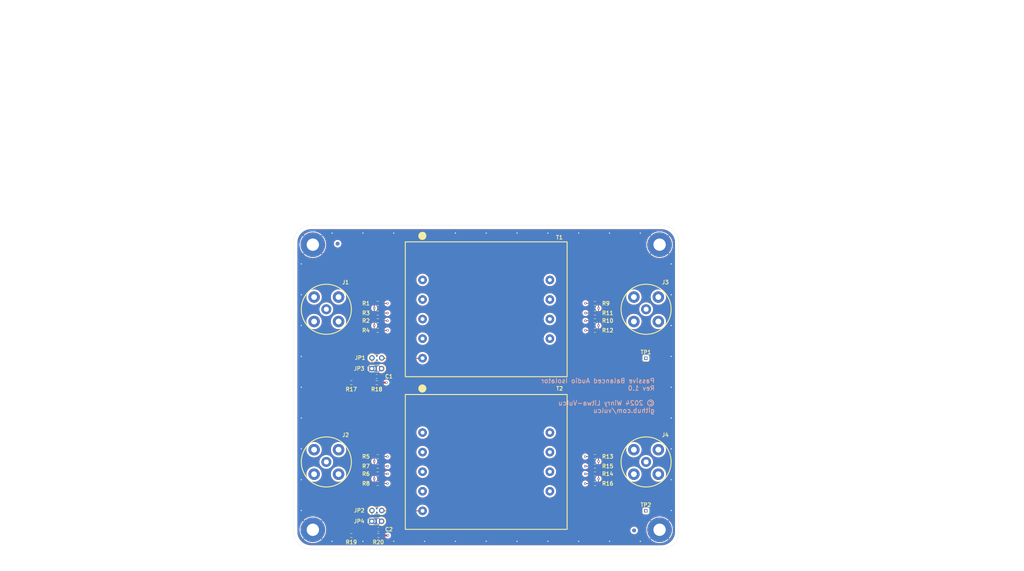
<source format=kicad_pcb>
(kicad_pcb (version 20241229) (generator "pcbnew") (generator_version "9.0")
  (title_block (title "Passive Balanced Audio Isolator") (date "2024-09-05") (rev "A0") (company "©2024 Winry Litwa-Vulcu") (comment 1 "Drawn By: Winry Litwa-Vulcu") (comment 2 "Designed By: Winry Litwa-Vulcu") (comment 4 "github.com/vulcu"))
  (layers (0 "F.Cu" signal) (4 "In1.Cu" signal) (6 "In2.Cu" signal) (2 "B.Cu" signal) (13 "F.Paste" user) (15 "B.Paste" user) (5 "F.SilkS" user "F.Silkscreen") (7 "B.SilkS" user "B.Silkscreen") (1 "F.Mask" user) (3 "B.Mask" user) (25 "Edge.Cuts" user))
  (net 0 "")
  (net 1 "Net-(J1-Ext)")
  (net 2 "Net-(J1-In)")
  (net 3 "Net-(J2-Ext)")
  (net 4 "Net-(J2-In)")
  (net 5 "Net-(J3-Ext)")
  (net 6 "Net-(J3-In)")
  (net 7 "Net-(J4-Ext)")
  (net 8 "Net-(J4-In)")
  (net 9 "Net-(T1-IN1A)")
  (net 10 "Net-(T1-IN1B)")
  (net 11 "Net-(T1-IN2A)")
  (net 12 "GND")
  (net 13 "Net-(T2-IN1A)")
  (net 14 "Net-(T2-IN1B)")
  (net 15 "Net-(T2-IN2A)")
  (net 16 "Net-(R4-Pad2)")
  (net 17 "Net-(T1-OUT1A)")
  (net 18 "Net-(T1-OUT1B)")
  (net 19 "Net-(T1-OUT2A)")
  (net 20 "Net-(T1-OUT2B)")
  (net 21 "Net-(T2-OUT1A)")
  (net 22 "Net-(T2-OUT1B)")
  (net 23 "Net-(T2-OUT2A)")
  (net 24 "Net-(T2-OUT2B)")
  (net 25 "Net-(JP1-A)")
  (net 26 "Net-(JP1-B)")
  (net 27 "Net-(JP2-B)")
  (net 28 "Net-(JP2-A)")
  (net 29 "Net-(C1-Pad2)")
  (net 30 "Net-(C2-Pad2)")
  (net 31 "Net-(R8-Pad2)")
  (footprint "Resistor_SMD:R_0603_1608Metric_Pad0.98x0.95mm_HandSolder" (layer "F.Cu") (at 173.232 93.75)
    (property "Reference" "R11" (at 3.302 0 0) (layer "F.SilkS") (effects (font (thickness 0.2))))
    (property "Value" "0")
    (fp_line (start -0.254724 -0.5225) (end 0.254724 -0.5225) (stroke (width 0.12)) (layer "F.SilkS"))
    (fp_line (start -0.254724 0.5225) (end 0.254724 0.5225) (stroke (width 0.12)) (layer "F.SilkS"))
    (pad "1" smd roundrect (at -0.9125 0) (size 0.975 0.95) (layers "F.Cu" "F.Mask" "F.Paste") (net 19 "Net-(T1-OUT2A)"))
    (pad "2" smd roundrect (at 0.9125 0) (size 0.975 0.95) (layers "F.Cu" "F.Mask" "F.Paste") (net 6 "Net-(J3-In)"))
  )
  (footprint "Resistor_SMD:R_0603_1608Metric_Pad0.98x0.95mm_HandSolder" (layer "F.Cu") (at 116.844 93.75)
    (property "Reference" "R3" (at -3.048 0 0) (layer "F.SilkS") (effects (font (thickness 0.2))))
    (property "Value" "0")
    (fp_line (start -0.254724 -0.5225) (end 0.254724 -0.5225) (stroke (width 0.12)) (layer "F.SilkS"))
    (fp_line (start -0.254724 0.5225) (end 0.254724 0.5225) (stroke (width 0.12)) (layer "F.SilkS"))
    (pad "1" smd roundrect (at -0.9125 0) (size 0.975 0.95) (layers "F.Cu" "F.Mask" "F.Paste") (net 2 "Net-(J1-In)"))
    (pad "2" smd roundrect (at 0.9125 0) (size 0.975 0.95) (layers "F.Cu" "F.Mask" "F.Paste") (net 11 "Net-(T1-IN2A)"))
  )
  (footprint "Fiducial:Fiducial_1mm_Mask2mm" (layer "F.Cu") (at 183.392 150.174)
    (property "Reference" "FD2" (hide yes))
    (property "Value" "Fiducial_1mm_Mask2mm" (hide yes))
    (pad "" smd circle (at 0 0) (size 1 1) (layers "F.Cu" "F.Mask") (clearance 0.5))
  )
  (footprint "Resistor_SMD:R_0603_1608Metric_Pad0.98x0.95mm_HandSolder" (layer "F.Cu") (at 117 151.4775)
    (property "Reference" "R20" (at 0 1.7445 0) (layer "F.SilkS") (effects (font (thickness 0.2))))
    (property "Value" "0")
    (fp_line (start -0.254724 -0.5225) (end 0.254724 -0.5225) (stroke (width 0.12)) (layer "F.SilkS"))
    (fp_line (start -0.254724 0.5225) (end 0.254724 0.5225) (stroke (width 0.12)) (layer "F.SilkS"))
    (pad "1" smd roundrect (at -0.9125 0) (size 0.975 0.95) (layers "F.Cu" "F.Mask" "F.Paste") (net 28 "Net-(JP2-A)"))
    (pad "2" smd roundrect (at 0.9125 0) (size 0.975 0.95) (layers "F.Cu" "F.Mask" "F.Paste") (net 30 "Net-(C2-Pad2)"))
  )
  (footprint "TestPoint:TestPoint_2Pads_Pitch2.54mm_Drill0.8mm" (layer "F.Cu") (at 117.84 147.788 180)
    (property "Reference" "JP4" (at 5.822 0 180) (layer "F.SilkS") (effects (font (thickness 0.2))))
    (property "Value" "Jumper_2_Bridged")
    (fp_line (start 3.57 0.4) (end 3.07 0.9) (stroke (width 0.15)) (layer "F.SilkS"))
    (fp_line (start 3.57 -0.4) (end 3.57 0.4) (stroke (width 0.15)) (layer "F.SilkS"))
    (fp_line (start 3.07 0.9) (end -0.53 0.9) (stroke (width 0.15)) (layer "F.SilkS"))
    (fp_line (start 3.07 -0.9) (end 3.57 -0.4) (stroke (width 0.15)) (layer "F.SilkS"))
    (fp_line (start -0.53 0.9) (end -1.03 0.4) (stroke (width 0.15)) (layer "F.SilkS"))
    (fp_line (start -0.53 -0.9) (end 3.07 -0.9) (stroke (width 0.15)) (layer "F.SilkS"))
    (fp_line (start -1.03 0.4) (end -1.03 -0.4) (stroke (width 0.15)) (layer "F.SilkS"))
    (fp_line (start -1.03 -0.4) (end -0.53 -0.9) (stroke (width 0.15)) (layer "F.SilkS"))
    (pad "1" thru_hole circle (at 0 0 180) (size 1.4 1.4) (drill 0.8) (layers "*.Cu" "*.Mask") (net 28 "Net-(JP2-A)"))
    (pad "2" thru_hole circle (at 2.54 0 180) (size 1.4 1.4) (drill 0.8) (layers "*.Cu" "*.Mask") (net 12 "GND"))
  )
  (footprint "Resistor_SMD:R_0603_1608Metric_Pad0.98x0.95mm_HandSolder" (layer "F.Cu") (at 116.844 133.5)
    (property "Reference" "R7" (at -3.048 0 0) (layer "F.SilkS") (effects (font (thickness 0.2))))
    (property "Value" "0")
    (fp_line (start -0.254724 -0.5225) (end 0.254724 -0.5225) (stroke (width 0.12)) (layer "F.SilkS"))
    (fp_line (start -0.254724 0.5225) (end 0.254724 0.5225) (stroke (width 0.12)) (layer "F.SilkS"))
    (pad "1" smd roundrect (at -0.9125 0) (size 0.975 0.95) (layers "F.Cu" "F.Mask" "F.Paste") (net 4 "Net-(J2-In)"))
    (pad "2" smd roundrect (at 0.9125 0) (size 0.975 0.95) (layers "F.Cu" "F.Mask" "F.Paste") (net 15 "Net-(T2-IN2A)"))
  )
  (footprint "vulcu:AMPHENOL_112405-12" (layer "F.Cu") (at 186.5 92.77)
    (property "Reference" "J3" (at 5 -7 0) (layer "F.SilkS") (effects (font (thickness 0.2) (bold yes))))
    (property "Value" "Conn_BNC_Vert_PCB" (hide yes))
    (fp_circle (center 0 0) (end 6.5 0) (stroke (width 0.254)) (fill no) (layer "F.SilkS"))
    (pad "1" thru_hole circle (at 0 0) (size 2.6 2.6) (drill 1.3) (layers "*.Cu" "*.Mask") (net 6 "Net-(J3-In)") (thermal_bridge_width 0.254) (thermal_gap 0.254))
    (pad "2" thru_hole circle (at -3.175 -3.175) (size 3 3) (drill 1.5) (layers "*.Cu" "*.Mask") (net 5 "Net-(J3-Ext)") (thermal_bridge_width 0.254) (thermal_gap 0.254))
    (pad "2" thru_hole circle (at -3.175 3.175) (size 3 3) (drill 1.5) (layers "*.Cu" "*.Mask") (net 5 "Net-(J3-Ext)") (thermal_bridge_width 0.254) (thermal_gap 0.254))
    (pad "2" thru_hole circle (at 3.175 -3.175) (size 3 3) (drill 1.5) (layers "*.Cu" "*.Mask") (net 5 "Net-(J3-Ext)") (thermal_bridge_width 0.254) (thermal_gap 0.254))
    (pad "2" thru_hole circle (at 3.175 3.175) (size 3 3) (drill 1.5) (layers "*.Cu" "*.Mask") (net 5 "Net-(J3-Ext)") (thermal_bridge_width 0.254) (thermal_gap 0.254))
  )
  (footprint "Connector_PinHeader_1.00mm:PinHeader_1x01_P1.00mm_Vertical" (layer "F.Cu") (at 186.44 145.094)
    (property "Reference" "TP2" (at 0 -1.56 0) (layer "F.SilkS") (effects (font (thickness 0.2))))
    (property "Value" "TestPoint" (hide yes))
    (fp_line (start -0.695 -0.685) (end 0 -0.685) (stroke (width 0.12)) (layer "F.SilkS"))
    (fp_line (start -0.695 0) (end -0.695 -0.685) (stroke (width 0.12)) (layer "F.SilkS"))
    (fp_line (start -0.695 0.685) (end -0.695 0.56) (stroke (width 0.12)) (layer "F.SilkS"))
    (fp_line (start -0.695 0.685) (end -0.608276 0.685) (stroke (width 0.12)) (layer "F.SilkS"))
    (fp_line (start -0.695 0.685) (end 0.695 0.685) (stroke (width 0.12)) (layer "F.SilkS"))
    (fp_line (start 0.608276 0.685) (end 0.695 0.685) (stroke (width 0.12)) (layer "F.SilkS"))
    (fp_line (start 0.695 0.685) (end 0.695 0.56) (stroke (width 0.12)) (layer "F.SilkS"))
    (pad "1" thru_hole rect (at 0 0) (size 0.85 0.85) (drill 0.5) (layers "*.Cu" "*.Mask") (net 30 "Net-(C2-Pad2)"))
  )
  (footprint "Fiducial:Fiducial_1mm_Mask2mm" (layer "F.Cu") (at 106.43 75.752)
    (property "Reference" "FD1" (hide yes))
    (property "Value" "Fiducial_1mm_Mask2mm" (hide yes))
    (pad "" smd circle (at 0 0) (size 1 1) (layers "F.Cu" "F.Mask") (clearance 0.5))
  )
  (footprint "MountingHole:MountingHole_3.2mm_M3_Pad" (layer "F.Cu") (at 190 76)
    (property "Reference" "H4" (hide yes))
    (property "Value" "MountingHole_Pad" (hide yes))
    (pad "1" thru_hole circle (at 0 0) (size 6.4 6.4) (drill 3.2) (layers "*.Cu" "*.Mask") (net 12 "GND"))
  )
  (footprint "Connector_PinHeader_1.00mm:PinHeader_1x01_P1.00mm_Vertical" (layer "F.Cu") (at 186.44 105.47)
    (property "Reference" "TP1" (at 0 -1.56 0) (layer "F.SilkS") (effects (font (thickness 0.2))))
    (property "Value" "TestPoint" (hide yes))
    (fp_line (start -0.695 -0.685) (end 0 -0.685) (stroke (width 0.12)) (layer "F.SilkS"))
    (fp_line (start -0.695 0) (end -0.695 -0.685) (stroke (width 0.12)) (layer "F.SilkS"))
    (fp_line (start -0.695 0.685) (end -0.695 0.56) (stroke (width 0.12)) (layer "F.SilkS"))
    (fp_line (start -0.695 0.685) (end -0.608276 0.685) (stroke (width 0.12)) (layer "F.SilkS"))
    (fp_line (start -0.695 0.685) (end 0.695 0.685) (stroke (width 0.12)) (layer "F.SilkS"))
    (fp_line (start 0.608276 0.685) (end 0.695 0.685) (stroke (width 0.12)) (layer "F.SilkS"))
    (fp_line (start 0.695 0.685) (end 0.695 0.56) (stroke (width 0.12)) (layer "F.SilkS"))
    (pad "1" thru_hole rect (at 0 0) (size 0.85 0.85) (drill 0.5) (layers "*.Cu" "*.Mask") (net 29 "Net-(C1-Pad2)"))
  )
  (footprint "TestPoint:TestPoint_2Pads_Pitch2.54mm_Drill0.8mm" (layer "F.Cu") (at 115.34 105.4035)
    (property "Reference" "JP1" (at -3.068 -0.0335 0) (layer "F.SilkS") (effects (font (thickness 0.2))))
    (property "Value" "Jumper_2_Bridged" (hide yes))
    (fp_line (start -1.03 -0.4) (end -0.53 -0.9) (stroke (width 0.15)) (layer "F.SilkS"))
    (fp_line (start -1.03 0.4) (end -1.03 -0.4) (stroke (width 0.15)) (layer "F.SilkS"))
    (fp_line (start -0.53 -0.9) (end 3.07 -0.9) (stroke (width 0.15)) (layer "F.SilkS"))
    (fp_line (start -0.53 0.9) (end -1.03 0.4) (stroke (width 0.15)) (layer "F.SilkS"))
    (fp_line (start 3.07 -0.9) (end 3.57 -0.4) (stroke (width 0.15)) (layer "F.SilkS"))
    (fp_line (start 3.07 0.9) (end -0.53 0.9) (stroke (width 0.15)) (layer "F.SilkS"))
    (fp_line (start 3.57 -0.4) (end 3.57 0.4) (stroke (width 0.15)) (layer "F.SilkS"))
    (fp_line (start 3.57 0.4) (end 3.07 0.9) (stroke (width 0.15)) (layer "F.SilkS"))
    (pad "1" thru_hole circle (at 0 0) (size 1.4 1.4) (drill 0.8) (layers "*.Cu" "*.Mask") (net 25 "Net-(JP1-A)"))
    (pad "2" thru_hole circle (at 2.54 0) (size 1.4 1.4) (drill 0.8) (layers "*.Cu" "*.Mask") (net 26 "Net-(JP1-B)"))
  )
  (footprint "Capacitor_SMD:C_0603_1608Metric_Pad1.08x0.95mm_HandSolder" (layer "F.Cu") (at 117 149.9)
    (property "Reference" "C2" (at 2.75 0 0) (layer "F.SilkS") (effects (font (thickness 0.2))))
    (property "Value" "C_Small")
    (fp_line (start -0.146267 -0.51) (end 0.146267 -0.51) (stroke (width 0.12)) (layer "F.SilkS"))
    (fp_line (start -0.146267 0.51) (end 0.146267 0.51) (stroke (width 0.12)) (layer "F.SilkS"))
    (pad "1" smd roundrect (at -0.8625 0) (size 1.075 0.95) (layers "F.Cu" "F.Mask" "F.Paste") (net 28 "Net-(JP2-A)"))
    (pad "2" smd roundrect (at 0.8625 0) (size 1.075 0.95) (layers "F.Cu" "F.Mask" "F.Paste") (net 30 "Net-(C2-Pad2)"))
  )
  (footprint "Resistor_SMD:R_0603_1608Metric_Pad0.98x0.95mm_HandSolder" (layer "F.Cu") (at 173.232 138)
    (property "Reference" "R16" (at 3.302 0 0) (layer "F.SilkS") (effects (font (thickness 0.2))))
    (property "Value" "0")
    (fp_line (start -0.254724 -0.5225) (end 0.254724 -0.5225) (stroke (width 0.12)) (layer "F.SilkS"))
    (fp_line (start -0.254724 0.5225) (end 0.254724 0.5225) (stroke (width 0.12)) (layer "F.SilkS"))
    (pad "1" smd roundrect (at -0.9125 0) (size 0.975 0.95) (layers "F.Cu" "F.Mask" "F.Paste") (net 24 "Net-(T2-OUT2B)"))
    (pad "2" smd roundrect (at 0.9125 0) (size 0.975 0.95) (layers "F.Cu" "F.Mask" "F.Paste") (net 7 "Net-(J4-Ext)"))
  )
  (footprint "Resistor_SMD:R_0603_1608Metric_Pad0.98x0.95mm_HandSolder" (layer "F.Cu") (at 173.232 133.5)
    (property "Reference" "R15" (at 3.302 0 0) (layer "F.SilkS") (effects (font (thickness 0.2))))
    (property "Value" "0")
    (fp_line (start -0.254724 -0.5225) (end 0.254724 -0.5225) (stroke (width 0.12)) (layer "F.SilkS"))
    (fp_line (start -0.254724 0.5225) (end 0.254724 0.5225) (stroke (width 0.12)) (layer "F.SilkS"))
    (pad "1" smd roundrect (at -0.9125 0) (size 0.975 0.95) (layers "F.Cu" "F.Mask" "F.Paste") (net 23 "Net-(T2-OUT2A)"))
    (pad "2" smd roundrect (at 0.9125 0) (size 0.975 0.95) (layers "F.Cu" "F.Mask" "F.Paste") (net 8 "Net-(J4-In)"))
  )
  (footprint "Resistor_SMD:R_0603_1608Metric_Pad0.98x0.95mm_HandSolder" (layer "F.Cu") (at 116.844 98.25)
    (property "Reference" "R4" (at -3.048 0 0) (layer "F.SilkS") (effects (font (thickness 0.2))))
    (property "Value" "0")
    (fp_line (start -0.254724 -0.5225) (end 0.254724 -0.5225) (stroke (width 0.12)) (layer "F.SilkS"))
    (fp_line (start -0.254724 0.5225) (end 0.254724 0.5225) (stroke (width 0.12)) (layer "F.SilkS"))
    (pad "1" smd roundrect (at -0.9125 0) (size 0.975 0.95) (layers "F.Cu" "F.Mask" "F.Paste") (net 1 "Net-(J1-Ext)"))
    (pad "2" smd roundrect (at 0.9125 0) (size 0.975 0.95) (layers "F.Cu" "F.Mask" "F.Paste") (net 16 "Net-(R4-Pad2)"))
  )
  (footprint "MountingHole:MountingHole_3.2mm_M3_Pad" (layer "F.Cu") (at 190 150)
    (property "Reference" "H3" (hide yes))
    (property "Value" "MountingHole_Pad" (hide yes))
    (pad "1" thru_hole circle (at 0 0) (size 6.4 6.4) (drill 3.2) (layers "*.Cu" "*.Mask") (net 12 "GND"))
  )
  (footprint "Resistor_SMD:R_0603_1608Metric_Pad0.98x0.95mm_HandSolder" (layer "F.Cu") (at 116.844 91.25)
    (property "Reference" "R1" (at -3.048 0 0) (layer "F.SilkS") (effects (font (thickness 0.2))))
    (property "Value" "0")
    (fp_line (start -0.254724 -0.5225) (end 0.254724 -0.5225) (stroke (width 0.12)) (layer "F.SilkS"))
    (fp_line (start -0.254724 0.5225) (end 0.254724 0.5225) (stroke (width 0.12)) (layer "F.SilkS"))
    (pad "1" smd roundrect (at -0.9125 0) (size 0.975 0.95) (layers "F.Cu" "F.Mask" "F.Paste") (net 2 "Net-(J1-In)"))
    (pad "2" smd roundrect (at 0.9125 0) (size 0.975 0.95) (layers "F.Cu" "F.Mask" "F.Paste") (net 9 "Net-(T1-IN1A)"))
  )
  (footprint "Capacitor_SMD:C_0603_1608Metric_Pad1.08x0.95mm_HandSolder" (layer "F.Cu") (at 116.59 110.2)
    (property "Reference" "C1" (at 3.16 0 0) (layer "F.SilkS") (effects (font (thickness 0.2))))
    (property "Value" "C_Small")
    (fp_line (start -0.146267 -0.51) (end 0.146267 -0.51) (stroke (width 0.12)) (layer "F.SilkS"))
    (fp_line (start -0.146267 0.51) (end 0.146267 0.51) (stroke (width 0.12)) (layer "F.SilkS"))
    (pad "1" smd roundrect (at -0.8625 0) (size 1.075 0.95) (layers "F.Cu" "F.Mask" "F.Paste") (net 25 "Net-(JP1-A)"))
    (pad "2" smd roundrect (at 0.8625 0) (size 1.075 0.95) (layers "F.Cu" "F.Mask" "F.Paste") (net 29 "Net-(C1-Pad2)"))
  )
  (footprint "Resistor_SMD:R_0603_1608Metric_Pad0.98x0.95mm_HandSolder" (layer "F.Cu") (at 173.232 98.25)
    (property "Reference" "R12" (at 3.302 0 0) (layer "F.SilkS") (effects (font (thickness 0.2))))
    (property "Value" "0")
    (fp_line (start -0.254724 -0.5225) (end 0.254724 -0.5225) (stroke (width 0.12)) (layer "F.SilkS"))
    (fp_line (start -0.254724 0.5225) (end 0.254724 0.5225) (stroke (width 0.12)) (layer "F.SilkS"))
    (pad "1" smd roundrect (at -0.9125 0) (size 0.975 0.95) (layers "F.Cu" "F.Mask" "F.Paste") (net 20 "Net-(T1-OUT2B)"))
    (pad "2" smd roundrect (at 0.9125 0) (size 0.975 0.95) (layers "F.Cu" "F.Mask" "F.Paste") (net 5 "Net-(J3-Ext)"))
  )
  (footprint "TestPoint:TestPoint_2Pads_Pitch2.54mm_Drill0.8mm" (layer "F.Cu") (at 117.84 108.164 180)
    (property "Reference" "JP3" (at 5.822 0 180) (layer "F.SilkS") (effects (font (thickness 0.2))))
    (property "Value" "Jumper_2_Bridged" (hide yes))
    (fp_line (start 3.57 0.4) (end 3.07 0.9) (stroke (width 0.15)) (layer "F.SilkS"))
    (fp_line (start 3.57 -0.4) (end 3.57 0.4) (stroke (width 0.15)) (layer "F.SilkS"))
    (fp_line (start 3.07 0.9) (end -0.53 0.9) (stroke (width 0.15)) (layer "F.SilkS"))
    (fp_line (start 3.07 -0.9) (end 3.57 -0.4) (stroke (width 0.15)) (layer "F.SilkS"))
    (fp_line (start -0.53 0.9) (end -1.03 0.4) (stroke (width 0.15)) (layer "F.SilkS"))
    (fp_line (start -0.53 -0.9) (end 3.07 -0.9) (stroke (width 0.15)) (layer "F.SilkS"))
    (fp_line (start -1.03 0.4) (end -1.03 -0.4) (stroke (width 0.15)) (layer "F.SilkS"))
    (fp_line (start -1.03 -0.4) (end -0.53 -0.9) (stroke (width 0.15)) (layer "F.SilkS"))
    (pad "1" thru_hole circle (at 0 0 180) (size 1.4 1.4) (drill 0.8) (layers "*.Cu" "*.Mask") (net 25 "Net-(JP1-A)"))
    (pad "2" thru_hole circle (at 2.54 0 180) (size 1.4 1.4) (drill 0.8) (layers "*.Cu" "*.Mask") (net 12 "GND"))
  )
  (footprint "Resistor_SMD:R_0603_1608Metric_Pad0.98x0.95mm_HandSolder" (layer "F.Cu") (at 116.59 111.7995)
    (property "Reference" "R18" (at 0 1.7445 0) (layer "F.SilkS") (effects (font (thickness 0.2))))
    (property "Value" "0")
    (fp_line (start -0.254724 -0.5225) (end 0.254724 -0.5225) (stroke (width 0.12)) (layer "F.SilkS"))
    (fp_line (start -0.254724 0.5225) (end 0.254724 0.5225) (stroke (width 0.12)) (layer "F.SilkS"))
    (pad "1" smd roundrect (at -0.9125 0) (size 0.975 0.95) (layers "F.Cu" "F.Mask" "F.Paste") (net 25 "Net-(JP1-A)"))
    (pad "2" smd roundrect (at 0.9125 0) (size 0.975 0.95) (layers "F.Cu" "F.Mask" "F.Paste") (net 29 "Net-(C1-Pad2)"))
  )
  (footprint "Resistor_SMD:R_0603_1608Metric_Pad0.98x0.95mm_HandSolder" (layer "F.Cu") (at 116.844 131)
    (property "Reference" "R5" (at -3.048 0 0) (layer "F.SilkS") (effects (font (thickness 0.2))))
    (property "Value" "0")
    (fp_line (start -0.254724 -0.5225) (end 0.254724 -0.5225) (stroke (width 0.12)) (layer "F.SilkS"))
    (fp_line (start -0.254724 0.5225) (end 0.254724 0.5225) (stroke (width 0.12)) (layer "F.SilkS"))
    (pad "1" smd roundrect (at -0.9125 0) (size 0.975 0.95) (layers "F.Cu" "F.Mask" "F.Paste") (net 4 "Net-(J2-In)"))
    (pad "2" smd roundrect (at 0.9125 0) (size 0.975 0.95) (layers "F.Cu" "F.Mask" "F.Paste") (net 13 "Net-(T2-IN1A)"))
  )
  (footprint "MountingHole:MountingHole_3.2mm_M3_Pad" (layer "F.Cu") (at 100 150)
    (property "Reference" "H2" (hide yes))
    (property "Value" "MountingHole_Pad" (hide yes))
    (pad "1" thru_hole circle (at 0 0) (size 6.4 6.4) (drill 3.2) (layers "*.Cu" "*.Mask") (net 12 "GND"))
  )
  (footprint "Resistor_SMD:R_0603_1608Metric_Pad0.98x0.95mm_HandSolder" (layer "F.Cu") (at 173.232 95.75)
    (property "Reference" "R10" (at 3.302 0 0) (layer "F.SilkS") (effects (font (thickness 0.2))))
    (property "Value" "0")
    (fp_line (start -0.254724 -0.5225) (end 0.254724 -0.5225) (stroke (width 0.12)) (layer "F.SilkS"))
    (fp_line (start -0.254724 0.5225) (end 0.254724 0.5225) (stroke (width 0.12)) (layer "F.SilkS"))
    (pad "1" smd roundrect (at -0.9125 0) (size 0.975 0.95) (layers "F.Cu" "F.Mask" "F.Paste") (net 18 "Net-(T1-OUT1B)"))
    (pad "2" smd roundrect (at 0.9125 0) (size 0.975 0.95) (layers "F.Cu" "F.Mask" "F.Paste") (net 5 "Net-(J3-Ext)"))
  )
  (footprint "TestPoint:TestPoint_2Pads_Pitch2.54mm_Drill0.8mm" (layer "F.Cu") (at 115.34 144.994)
    (property "Reference" "JP2" (at -3.302 0 0) (layer "F.SilkS") (effects (font (thickness 0.2))))
    (property "Value" "Jumper_2_Bridged" (hide yes))
    (fp_line (start -1.03 -0.4) (end -0.53 -0.9) (stroke (width 0.15)) (layer "F.SilkS"))
    (fp_line (start -1.03 0.4) (end -1.03 -0.4) (stroke (width 0.15)) (layer "F.SilkS"))
    (fp_line (start -0.53 -0.9) (end 3.07 -0.9) (stroke (width 0.15)) (layer "F.SilkS"))
    (fp_line (start -0.53 0.9) (end -1.03 0.4) (stroke (width 0.15)) (layer "F.SilkS"))
    (fp_line (start 3.07 -0.9) (end 3.57 -0.4) (stroke (width 0.15)) (layer "F.SilkS"))
    (fp_line (start 3.07 0.9) (end -0.53 0.9) (stroke (width 0.15)) (layer "F.SilkS"))
    (fp_line (start 3.57 -0.4) (end 3.57 0.4) (stroke (width 0.15)) (layer "F.SilkS"))
    (fp_line (start 3.57 0.4) (end 3.07 0.9) (stroke (width 0.15)) (layer "F.SilkS"))
    (pad "1" thru_hole circle (at 0 0) (size 1.4 1.4) (drill 0.8) (layers "*.Cu" "*.Mask") (net 28 "Net-(JP2-A)"))
    (pad "2" thru_hole circle (at 2.54 0) (size 1.4 1.4) (drill 0.8) (layers "*.Cu" "*.Mask") (net 27 "Net-(JP2-B)"))
  )
  (footprint "Resistor_SMD:R_0603_1608Metric_Pad0.98x0.95mm_HandSolder" (layer "F.Cu") (at 173.232 131)
    (property "Reference" "R13" (at 3.302 0 0) (layer "F.SilkS") (effects (font (thickness 0.2))))
    (property "Value" "0")
    (fp_line (start -0.254724 -0.5225) (end 0.254724 -0.5225) (stroke (width 0.12)) (layer "F.SilkS"))
    (fp_line (start -0.254724 0.5225) (end 0.254724 0.5225) (stroke (width 0.12)) (layer "F.SilkS"))
    (pad "1" smd roundrect (at -0.9125 0) (size 0.975 0.95) (layers "F.Cu" "F.Mask" "F.Paste") (net 21 "Net-(T2-OUT1A)"))
    (pad "2" smd roundrect (at 0.9125 0) (size 0.975 0.95) (layers "F.Cu" "F.Mask" "F.Paste") (net 8 "Net-(J4-In)"))
  )
  (footprint "vulcu:XFMR_3302W64P508L4166H216Q9B" (layer "F.Cu") (at 145 92.77)
    (property "Reference" "T1" (at 19 -18.65 0) (layer "F.SilkS") (effects (font (thickness 0.2) (bold yes))))
    (property "Value" "Hammond_560" (hide yes))
    (fp_rect (start -21 -17.5) (end 21 17.5) (stroke (width 0.254)) (fill no) (layer "F.SilkS"))
    (fp_circle (center -16.575 -19.05) (end -16.575 -18.05) (stroke (width 0.1)) (fill yes) (layer "F.SilkS"))
    (pad "1" thru_hole circle (at -16.52 -7.62 270) (size 2.25 2.25) (drill 1) (layers "*.Cu" "*.Mask") (net 9 "Net-(T1-IN1A)") (thermal_bridge_width 0.254) (thermal_gap 0.254))
    (pad "2" thru_hole circle (at -16.52 -2.54 270) (size 2.25 2.25) (drill 1) (layers "*.Cu" "*.Mask") (net 10 "Net-(T1-IN1B)") (thermal_bridge_width 0.254) (thermal_gap 0.254))
    (pad "3" thru_hole circle (at -16.52 2.54 270) (size 2.25 2.25) (drill 1) (layers "*.Cu" "*.Mask") (net 11 "Net-(T1-IN2A)") (thermal_bridge_width 0.254) (thermal_gap 0.254))
    (pad "4" thru_hole circle (at -16.52 7.62 270) (size 2.25 2.25) (drill 1) (layers "*.Cu" "*.Mask") (net 16 "Net-(R4-Pad2)") (thermal_bridge_width 0.254) (thermal_gap 0.254))
    (pad "5" thru_hole circle (at 16.52 -7.62 270) (size 2.25 2.25) (drill 1) (layers "*.Cu" "*.Mask") (net 17 "Net-(T1-OUT1A)") (thermal_bridge_width 0.254) (thermal_gap 0.254))
    (pad "6" thru_hole circle (at 16.52 -2.54 270) (size 2.25 2.25) (drill 1) (layers "*.Cu" "*.Mask") (net 18 "Net-(T1-OUT1B)") (thermal_bridge_width 0.254) (thermal_gap 0.254))
    (pad "7" thru_hole circle (at 16.52 2.54 270) (size 2.25 2.25) (drill 1) (layers "*.Cu" "*.Mask") (net 19 "Net-(T1-OUT2A)") (thermal_bridge_width 0.254) (thermal_gap 0.254))
    (pad "8" thru_hole circle (at 16.52 7.62 270) (size 2.25 2.25) (drill 1) (layers "*.Cu" "*.Mask") (net 20 "Net-(T1-OUT2B)") (thermal_bridge_width 0.254) (thermal_gap 0.254))
    (pad "SH" thru_hole circle (at -16.52 12.7 270) (size 2.25 2.25) (drill 1) (layers "*.Cu" "*.Mask") (net 26 "Net-(JP1-B)") (thermal_bridge_width 0.254) (thermal_gap 0.254))
  )
  (footprint "Resistor_SMD:R_0603_1608Metric_Pad0.98x0.95mm_HandSolder" (layer "F.Cu") (at 116.844 95.75)
    (property "Reference" "R2" (at -3.048 0 0) (layer "F.SilkS") (effects (font (thickness 0.2))))
    (property "Value" "0")
    (fp_line (start -0.254724 -0.5225) (end 0.254724 -0.5225) (stroke (width 0.12)) (layer "F.SilkS"))
    (fp_line (start -0.254724 0.5225) (end 0.254724 0.5225) (stroke (width 0.12)) (layer "F.SilkS"))
    (pad "1" smd roundrect (at -0.9125 0) (size 0.975 0.95) (layers "F.Cu" "F.Mask" "F.Paste") (net 1 "Net-(J1-Ext)"))
    (pad "2" smd roundrect (at 0.9125 0) (size 0.975 0.95) (layers "F.Cu" "F.Mask" "F.Paste") (net 10 "Net-(T1-IN1B)"))
  )
  (footprint "vulcu:AMPHENOL_112405-12" (layer "F.Cu") (at 186.5 132.394)
    (property "Reference" "J4" (at 5 -7 0) (layer "F.SilkS") (effects (font (thickness 0.2) (bold yes))))
    (property "Value" "Conn_BNC_Vert_PCB" (hide yes))
    (fp_circle (center 0 0) (end 6.5 0) (stroke (width 0.254)) (fill no) (layer "F.SilkS"))
    (pad "1" thru_hole circle (at 0 0) (size 2.6 2.6) (drill 1.3) (layers "*.Cu" "*.Mask") (net 8 "Net-(J4-In)") (thermal_bridge_width 0.254) (thermal_gap 0.254))
    (pad "2" thru_hole circle (at -3.175 -3.175) (size 3 3) (drill 1.5) (layers "*.Cu" "*.Mask") (net 7 "Net-(J4-Ext)") (thermal_bridge_width 0.254) (thermal_gap 0.254))
    (pad "2" thru_hole circle (at -3.175 3.175) (size 3 3) (drill 1.5) (layers "*.Cu" "*.Mask") (net 7 "Net-(J4-Ext)") (thermal_bridge_width 0.254) (thermal_gap 0.254))
    (pad "2" thru_hole circle (at 3.175 -3.175) (size 3 3) (drill 1.5) (layers "*.Cu" "*.Mask") (net 7 "Net-(J4-Ext)") (thermal_bridge_width 0.254) (thermal_gap 0.254))
    (pad "2" thru_hole circle (at 3.175 3.175) (size 3 3) (drill 1.5) (layers "*.Cu" "*.Mask") (net 7 "Net-(J4-Ext)") (thermal_bridge_width 0.254) (thermal_gap 0.254))
  )
  (footprint "Resistor_SMD:R_0603_1608Metric_Pad0.98x0.95mm_HandSolder" (layer "F.Cu") (at 116.844 138)
    (property "Reference" "R8" (at -3.048 0 0) (layer "F.SilkS") (effects (font (thickness 0.2))))
    (property "Value" "0")
    (fp_line (start -0.254724 -0.5225) (end 0.254724 -0.5225) (stroke (width 0.12)) (layer "F.SilkS"))
    (fp_line (start -0.254724 0.5225) (end 0.254724 0.5225) (stroke (width 0.12)) (layer "F.SilkS"))
    (pad "1" smd roundrect (at -0.9125 0) (size 0.975 0.95) (layers "F.Cu" "F.Mask" "F.Paste") (net 3 "Net-(J2-Ext)"))
    (pad "2" smd roundrect (at 0.9125 0) (size 0.975 0.95) (layers "F.Cu" "F.Mask" "F.Paste") (net 31 "Net-(R8-Pad2)"))
  )
  (footprint "vulcu:AMPHENOL_112405-12" (layer "F.Cu") (at 103.5 92.77)
    (property "Reference" "J1" (at 5 -7 0) (layer "F.SilkS") (effects (font (thickness 0.2) (bold yes))))
    (property "Value" "Conn_BNC_Vert_PCB" (hide yes))
    (fp_circle (center 0 0) (end 6.5 0) (stroke (width 0.254)) (fill no) (layer "F.SilkS"))
    (pad "1" thru_hole circle (at 0 0) (size 2.6 2.6) (drill 1.3) (layers "*.Cu" "*.Mask") (net 2 "Net-(J1-In)") (thermal_bridge_width 0.254) (thermal_gap 0.254))
    (pad "2" thru_hole circle (at -3.175 -3.175) (size 3 3) (drill 1.5) (layers "*.Cu" "*.Mask") (net 1 "Net-(J1-Ext)") (thermal_bridge_width 0.254) (thermal_gap 0.254))
    (pad "2" thru_hole circle (at -3.175 3.175) (size 3 3) (drill 1.5) (layers "*.Cu" "*.Mask") (net 1 "Net-(J1-Ext)") (thermal_bridge_width 0.254) (thermal_gap 0.254))
    (pad "2" thru_hole circle (at 3.175 -3.175) (size 3 3) (drill 1.5) (layers "*.Cu" "*.Mask") (net 1 "Net-(J1-Ext)") (thermal_bridge_width 0.254) (thermal_gap 0.254))
    (pad "2" thru_hole circle (at 3.175 3.175) (size 3 3) (drill 1.5) (layers "*.Cu" "*.Mask") (net 1 "Net-(J1-Ext)") (thermal_bridge_width 0.254) (thermal_gap 0.254))
  )
  (footprint "Resistor_SMD:R_0603_1608Metric_Pad0.98x0.95mm_HandSolder" (layer "F.Cu") (at 116.844 135.5)
    (property "Reference" "R6" (at -3.048 0 0) (layer "F.SilkS") (effects (font (thickness 0.2))))
    (property "Value" "0")
    (fp_line (start -0.254724 -0.5225) (end 0.254724 -0.5225) (stroke (width 0.12)) (layer "F.SilkS"))
    (fp_line (start -0.254724 0.5225) (end 0.254724 0.5225) (stroke (width 0.12)) (layer "F.SilkS"))
    (pad "1" smd roundrect (at -0.9125 0) (size 0.975 0.95) (layers "F.Cu" "F.Mask" "F.Paste") (net 3 "Net-(J2-Ext)"))
    (pad "2" smd roundrect (at 0.9125 0) (size 0.975 0.95) (layers "F.Cu" "F.Mask" "F.Paste") (net 14 "Net-(T2-IN1B)"))
  )
  (footprint "Resistor_SMD:R_0603_1608Metric_Pad0.98x0.95mm_HandSolder" (layer "F.Cu") (at 173.232 135.5)
    (property "Reference" "R14" (at 3.302 0 0) (layer "F.SilkS") (effects (font (thickness 0.2))))
    (property "Value" "0")
    (fp_line (start -0.254724 -0.5225) (end 0.254724 -0.5225) (stroke (width 0.12)) (layer "F.SilkS"))
    (fp_line (start -0.254724 0.5225) (end 0.254724 0.5225) (stroke (width 0.12)) (layer "F.SilkS"))
    (pad "1" smd roundrect (at -0.9125 0) (size 0.975 0.95) (layers "F.Cu" "F.Mask" "F.Paste") (net 22 "Net-(T2-OUT1B)"))
    (pad "2" smd roundrect (at 0.9125 0) (size 0.975 0.95) (layers "F.Cu" "F.Mask" "F.Paste") (net 7 "Net-(J4-Ext)"))
  )
  (footprint "vulcu:AMPHENOL_112405-12" (layer "F.Cu") (at 103.5 132.394)
    (property "Reference" "J2" (at 5 -7 0) (layer "F.SilkS") (effects (font (thickness 0.2) (bold yes))))
    (property "Value" "Conn_BNC_Vert_PCB" (hide yes))
    (fp_circle (center 0 0) (end 6.5 0) (stroke (width 0.254)) (fill no) (layer "F.SilkS"))
    (pad "1" thru_hole circle (at 0 0) (size 2.6 2.6) (drill 1.3) (layers "*.Cu" "*.Mask") (net 4 "Net-(J2-In)") (thermal_bridge_width 0.254) (thermal_gap 0.254))
    (pad "2" thru_hole circle (at -3.175 -3.175) (size 3 3) (drill 1.5) (layers "*.Cu" "*.Mask") (net 3 "Net-(J2-Ext)") (thermal_bridge_width 0.254) (thermal_gap 0.254))
    (pad "2" thru_hole circle (at -3.175 3.175) (size 3 3) (drill 1.5) (layers "*.Cu" "*.Mask") (net 3 "Net-(J2-Ext)") (thermal_bridge_width 0.254) (thermal_gap 0.254))
    (pad "2" thru_hole circle (at 3.175 -3.175) (size 3 3) (drill 1.5) (layers "*.Cu" "*.Mask") (net 3 "Net-(J2-Ext)") (thermal_bridge_width 0.254) (thermal_gap 0.254))
    (pad "2" thru_hole circle (at 3.175 3.175) (size 3 3) (drill 1.5) (layers "*.Cu" "*.Mask") (net 3 "Net-(J2-Ext)") (thermal_bridge_width 0.254) (thermal_gap 0.254))
  )
  (footprint "MountingHole:MountingHole_3.2mm_M3_Pad" (layer "F.Cu") (at 100 76)
    (property "Reference" "H1" (hide yes))
    (property "Value" "MountingHole_Pad" (hide yes))
    (pad "1" thru_hole circle (at 0 0) (size 6.4 6.4) (drill 3.2) (layers "*.Cu" "*.Mask") (net 12 "GND"))
  )
  (footprint "Resistor_SMD:R_0603_1608Metric_Pad0.98x0.95mm_HandSolder" (layer "F.Cu") (at 109.986 151.4775)
    (property "Reference" "R19" (at 0 1.7445 0) (layer "F.SilkS") (effects (font (thickness 0.2))))
    (property "Value" "0")
    (fp_line (start -0.254724 -0.5225) (end 0.254724 -0.5225) (stroke (width 0.12)) (layer "F.SilkS"))
    (fp_line (start -0.254724 0.5225) (end 0.254724 0.5225) (stroke (width 0.12)) (layer "F.SilkS"))
    (pad "1" smd roundrect (at -0.9125 0) (size 0.975 0.95) (layers "F.Cu" "F.Mask" "F.Paste") (net 3 "Net-(J2-Ext)"))
    (pad "2" smd roundrect (at 0.9125 0) (size 0.975 0.95) (layers "F.Cu" "F.Mask" "F.Paste") (net 28 "Net-(JP2-A)"))
  )
  (footprint "vulcu:XFMR_3302W64P508L4166H216Q9B" (layer "F.Cu") (at 145 132.39)
    (property "Reference" "T2" (at 19.05 -19.05 0) (layer "F.SilkS") (effects (font (thickness 0.2) (bold yes))))
    (property "Value" "Hammond_560" (hide yes))
    (fp_rect (start -21 -17.5) (end 21 17.5) (stroke (width 0.254)) (fill no) (layer "F.SilkS"))
    (fp_circle (center -16.575 -19.05) (end -16.575 -18.05) (stroke (width 0.1)) (fill yes) (layer "F.SilkS"))
    (pad "1" thru_hole circle (at -16.52 -7.62 270) (size 2.25 2.25) (drill 1) (layers "*.Cu" "*.Mask") (net 13 "Net-(T2-IN1A)") (thermal_bridge_width 0.254) (thermal_gap 0.254))
    (pad "2" thru_hole circle (at -16.52 -2.54 270) (size 2.25 2.25) (drill 1) (layers "*.Cu" "*.Mask") (net 14 "Net-(T2-IN1B)") (thermal_bridge_width 0.254) (thermal_gap 0.254))
    (pad "3" thru_hole circle (at -16.52 2.54 270) (size 2.25 2.25) (drill 1) (layers "*.Cu" "*.Mask") (net 15 "Net-(T2-IN2A)") (thermal_bridge_width 0.254) (thermal_gap 0.254))
    (pad "4" thru_hole circle (at -16.52 7.62 270) (size 2.25 2.25) (drill 1) (layers "*.Cu" "*.Mask") (net 31 "Net-(R8-Pad2)") (thermal_bridge_width 0.254) (thermal_gap 0.254))
    (pad "5" thru_hole circle (at 16.52 -7.62 270) (size 2.25 2.25) (drill 1) (layers "*.Cu" "*.Mask") (net 21 "Net-(T2-OUT1A)") (thermal_bridge_width 0.254) (thermal_gap 0.254))
    (pad "6" thru_hole circle (at 16.52 -2.54 270) (size 2.25 2.25) (drill 1) (layers "*.Cu" "*.Mask") (net 22 "Net-(T2-OUT1B)") (thermal_bridge_width 0.254) (thermal_gap 0.254))
    (pad "7" thru_hole circle (at 16.52 2.54 270) (size 2.25 2.25) (drill 1) (layers "*.Cu" "*.Mask") (net 23 "Net-(T2-OUT2A)") (thermal_bridge_width 0.254) (thermal_gap 0.254))
    (pad "8" thru_hole circle (at 16.52 7.62 270) (size 2.25 2.25) (drill 1) (layers "*.Cu" "*.Mask") (net 24 "Net-(T2-OUT2B)") (thermal_bridge_width 0.254) (thermal_gap 0.254))
    (pad "SH" thru_hole circle (at -16.52 12.7 270) (size 2.25 2.25) (drill 1) (layers "*.Cu" "*.Mask") (net 27 "Net-(JP2-B)") (thermal_bridge_width 0.254) (thermal_gap 0.254))
  )
  (footprint "Resistor_SMD:R_0603_1608Metric_Pad0.98x0.95mm_HandSolder" (layer "F.Cu") (at 109.986 111.7995)
    (property "Reference" "R17" (at 0 1.7445 0) (layer "F.SilkS") (effects (font (thickness 0.2))))
    (property "Value" "0")
    (fp_line (start -0.254724 -0.5225) (end 0.254724 -0.5225) (stroke (width 0.12)) (layer "F.SilkS"))
    (fp_line (start -0.254724 0.5225) (end 0.254724 0.5225) (stroke (width 0.12)) (layer "F.SilkS"))
    (pad "1" smd roundrect (at -0.9125 0) (size 0.975 0.95) (layers "F.Cu" "F.Mask" "F.Paste") (net 1 "Net-(J1-Ext)"))
    (pad "2" smd roundrect (at 0.9125 0) (size 0.975 0.95) (layers "F.Cu" "F.Mask" "F.Paste") (net 25 "Net-(JP1-A)"))
  )
  (footprint "Resistor_SMD:R_0603_1608Metric_Pad0.98x0.95mm_HandSolder" (layer "F.Cu") (at 173.232 91.25)
    (property "Reference" "R9" (at 2.839969 0.008725 0) (layer "F.SilkS") (effects (font (thickness 0.2))))
    (property "Value" "0")
    (fp_line (start -0.254724 -0.5225) (end 0.254724 -0.5225) (stroke (width 0.12)) (layer "F.SilkS"))
    (fp_line (start -0.254724 0.5225) (end 0.254724 0.5225) (stroke (width 0.12)) (layer "F.SilkS"))
    (pad "1" smd roundrect (at -0.9125 0) (size 0.975 0.95) (layers "F.Cu" "F.Mask" "F.Paste") (net 17 "Net-(T1-OUT1A)"))
    (pad "2" smd roundrect (at 0.9125 0) (size 0.975 0.95) (layers "F.Cu" "F.Mask" "F.Paste") (net 6 "Net-(J3-In)"))
  )
  (footprint "Fiducial:Fiducial_1mm_Mask2mm" (layer "B.Cu") (at 183.392 150.174 180)
    (property "Reference" "FD4" (hide yes))
    (property "Value" "Fiducial_1mm_Mask2mm" (hide yes))
    (pad "" smd circle (at 0 0 180) (size 1 1) (layers "B.Cu" "B.Mask") (clearance 0.5))
  )
  (footprint "Fiducial:Fiducial_1mm_Mask2mm" (layer "B.Cu") (at 106.43 75.752 180)
    (property "Reference" "FD3" (hide yes))
    (property "Value" "Fiducial_1mm_Mask2mm" (hide yes))
    (pad "" smd circle (at 0 0 180) (size 1 1) (layers "B.Cu" "B.Mask") (clearance 0.5))
  )
  (gr_line (start 190.5 71) (end 99.5 71) (stroke (width 0.05)) (layer "Edge.Cuts"))
  (gr_arc (start 99.5 155) (mid 96.318019 153.681981) (end 95 150.5) (stroke (width 0.05)) (layer "Edge.Cuts"))
  (gr_arc (start 190.5 71) (mid 193.68198 72.318019) (end 195 75.5) (stroke (width 0.05)) (layer "Edge.Cuts"))
  (gr_line (start 195 150.5) (end 195 75.5) (stroke (width 0.05)) (layer "Edge.Cuts"))
  (gr_line (start 95 75.5) (end 95 150.5) (stroke (width 0.05)) (layer "Edge.Cuts"))
  (gr_arc (start 195 150.5) (mid 193.681981 153.681981) (end 190.5 155) (stroke (width 0.05)) (layer "Edge.Cuts"))
  (gr_line (start 99.5 155) (end 190.5 155) (stroke (width 0.05)) (layer "Edge.Cuts"))
  (gr_arc (start 95 75.5) (mid 96.318019 72.318019) (end 99.5 71) (stroke (width 0.05)) (layer "Edge.Cuts"))
  (gr_text_box "Passive Balanced Audio Isolator\nRev 1.0\n\n© 2024 Winry Litwa-Vulcu\ngithub.com/vulcu" (start 158.246 109.7245) (end 189.742 121.0275) (margins 0.9 0.9 0.9 0.9) (layer "B.SilkS") (effects (font (size 1.2 1.2) (thickness 0.2) (bold yes)) (justify left top mirror)) (border no))
  (segment (start 111.764 102.4175) (end 111.764 108.909) (width 0.2) (layer "F.Cu") (net 1))
  (segment (start 115.9315 97) (end 115.9315 98.25) (width 0.2) (layer "F.Cu") (net 1))
  (segment (start 115.9315 97) (end 115.9315 95.75) (width 0.2) (layer "F.Cu") (net 1))
  (segment (start 115.9315 98.25) (end 111.764 102.4175) (width 0.2) (layer "F.Cu") (net 1))
  (segment (start 111.764 108.909) (end 109.0735 111.5995) (width 0.2) (layer "F.Cu") (net 1))
  (via (at 115.9315 97) (size 0.6) (drill 0.3) (layers "F.Cu" "B.Cu") (net 1))
  (segment (start 115.9315 92.5) (end 115.9315 91.25) (width 0.2) (layer "F.Cu") (net 2))
  (segment (start 115.9315 92.5) (end 115.9315 93.75) (width 0.2) (layer "F.Cu") (net 2))
  (via (at 115.9315 92.5) (size 0.6) (drill 0.3) (layers "F.Cu" "B.Cu") (net 2))
  (segment (start 111.764 148.787) (end 109.0735 151.4775) (width 0.2) (layer "F.Cu") (net 3))
  (segment (start 115.9315 136.75) (end 115.9315 135.5) (width 0.2) (layer "F.Cu") (net 3))
  (segment (start 115.9315 136.75) (end 115.9315 138) (width 0.2) (layer "F.Cu") (net 3))
  (segment (start 111.764 142.1675) (end 111.764 148.787) (width 0.2) (layer "F.Cu") (net 3))
  (segment (start 115.9315 138) (end 111.764 142.1675) (width 0.2) (layer "F.Cu") (net 3))
  (via (at 115.9315 136.75) (size 0.6) (drill 0.3) (layers "F.Cu" "B.Cu") (net 3))
  (segment (start 115.9315 132.25) (end 115.9315 131) (width 0.2) (layer "F.Cu") (net 4))
  (segment (start 115.9315 132.25) (end 115.9315 133.5) (width 0.2) (layer "F.Cu") (net 4))
  (via (at 115.9315 132.25) (size 0.6) (drill 0.3) (layers "F.Cu" "B.Cu") (net 4))
  (segment (start 174.1445 97) (end 174.1445 95.75) (width 0.2) (layer "F.Cu") (net 5))
  (segment (start 174.1445 97) (end 174.1445 98.25) (width 0.2) (layer "F.Cu") (net 5))
  (via (at 174.1445 97) (size 0.6) (drill 0.3) (layers "F.Cu" "B.Cu") (net 5))
  (segment (start 174.146646 92.508612) (end 174.146646 93.747854) (width 0.2) (layer "F.Cu") (net 6))
  (segment (start 174.146646 92.508612) (end 174.1445 92.506466) (width 0.2) (layer "F.Cu") (net 6))
  (segment (start 174.1445 92.506466) (end 174.1445 91.25) (width 0.2) (layer "F.Cu") (net 6))
  (segment (start 174.146646 93.747854) (end 174.1445 93.75) (width 0.2) (layer "F.Cu") (net 6))
  (via (at 174.146646 92.508612) (size 0.6) (drill 0.3) (layers "F.Cu" "B.Cu") (net 6))
  (segment (start 174.1445 135.5) (end 174.1445 138) (width 0.2) (layer "F.Cu") (net 7))
  (via (at 174.1445 136.75) (size 0.6) (drill 0.3) (layers "F.Cu" "B.Cu") (net 7))
  (segment (start 174.1445 131) (end 174.1445 133.5) (width 0.2) (layer "F.Cu") (net 8))
  (via (at 174.1445 132.25) (size 0.6) (drill 0.3) (layers "F.Cu" "B.Cu") (net 8))
  (segment (start 119.384 91.25) (end 117.7565 91.25) (width 0.2) (layer "F.Cu") (net 9))
  (segment (start 128.4845 85.1835) (end 128.518 85.15) (width 0.2) (layer "F.Cu") (net 9))
  (via (at 119.384 91.25) (size 0.6) (drill 0.3) (layers "F.Cu" "B.Cu") (net 9))
  (segment (start 117.7565 95.75) (end 119.384 95.75) (width 0.2) (layer "F.Cu") (net 10))
  (segment (start 128.4845 90.2635) (end 128.518 90.23) (width 0.2) (layer "F.Cu") (net 10))
  (via (at 119.384 95.75) (size 0.6) (drill 0.3) (layers "F.Cu" "B.Cu") (net 10))
  (segment (start 128.4845 95.3435) (end 128.518 95.31) (width 0.2) (layer "F.Cu") (net 11))
  (segment (start 117.7565 93.75) (end 119.384 93.75) (width 0.2) (layer "F.Cu") (net 11))
  (via (at 119.384 93.75) (size 0.6) (drill 0.3) (layers "F.Cu" "B.Cu") (net 11))
  (via (at 97 97) (size 0.6) (drill 0.3) (layers "F.Cu" "B.Cu") (net 12))
  (via (at 145 153) (size 0.6) (drill 0.3) (layers "F.Cu" "B.Cu") (net 12))
  (via (at 97 113) (size 0.6) (drill 0.3) (layers "F.Cu" "B.Cu") (net 12))
  (via (at 193 105) (size 0.6) (drill 0.3) (layers "F.Cu" "B.Cu") (net 12))
  (via (at 137 153) (size 0.6) (drill 0.3) (layers "F.Cu" "B.Cu") (net 12))
  (via (at 161 73) (size 0.6) (drill 0.3) (layers "F.Cu" "B.Cu") (net 12))
  (via (at 105 153) (size 0.6) (drill 0.3) (layers "F.Cu" "B.Cu") (net 12))
  (via (at 193 113) (size 0.6) (drill 0.3) (layers "F.Cu" "B.Cu") (net 12))
  (via (at 169 153) (size 0.6) (drill 0.3) (layers "F.Cu" "B.Cu") (net 12))
  (via (at 113 153) (size 0.6) (drill 0.3) (layers "F.Cu" "B.Cu") (net 12))
  (via (at 97 89) (size 0.6) (drill 0.3) (layers "F.Cu" "B.Cu") (net 12))
  (via (at 129 153) (size 0.6) (drill 0.3) (layers "F.Cu" "B.Cu") (net 12))
  (via (at 97 121) (size 0.6) (drill 0.3) (layers "F.Cu" "B.Cu") (net 12))
  (via (at 193 81) (size 0.6) (drill 0.3) (layers "F.Cu" "B.Cu") (net 12))
  (via (at 97 81) (size 0.6) (drill 0.3) (layers "F.Cu" "B.Cu") (net 12))
  (via (at 153 153) (size 0.6) (drill 0.3) (layers "F.Cu" "B.Cu") (net 12))
  (via (at 97 105) (size 0.6) (drill 0.3) (layers "F.Cu" "B.Cu") (net 12))
  (via (at 193 97) (size 0.6) (drill 0.3) (layers "F.Cu" "B.Cu") (net 12))
  (via (at 153 73) (size 0.6) (drill 0.3) (layers "F.Cu" "B.Cu") (net 12))
  (via (at 121 153) (size 0.6) (drill 0.3) (layers "F.Cu" "B.Cu") (net 12))
  (via (at 105 73) (size 0.6) (drill 0.3) (layers "F.Cu" "B.Cu") (net 12))
  (via (at 185 153) (size 0.6) (drill 0.3) (layers "F.Cu" "B.Cu") (net 12))
  (via (at 193 89) (size 0.6) (drill 0.3) (layers "F.Cu" "B.Cu") (net 12))
  (via (at 193 129) (size 0.6) (drill 0.3) (layers "F.Cu" "B.Cu") (net 12))
  (via (at 193 145) (size 0.6) (drill 0.3) (layers "F.Cu" "B.Cu") (net 12))
  (via (at 185 73) (size 0.6) (drill 0.3) (layers "F.Cu" "B.Cu") (net 12))
  (via (at 113 73) (size 0.6) (drill 0.3) (layers "F.Cu" "B.Cu") (net 12))
  (via (at 121 73) (size 0.6) (drill 0.3) (layers "F.Cu" "B.Cu") (net 12))
  (via (at 193 121) (size 0.6) (drill 0.3) (layers "F.Cu" "B.Cu") (net 12))
  (via (at 145 73) (size 0.6) (drill 0.3) (layers "F.Cu" "B.Cu") (net 12))
  (via (at 97 129) (size 0.6) (drill 0.3) (layers "F.Cu" "B.Cu") (net 12))
  (via (at 177 73) (size 0.6) (drill 0.3) (layers "F.Cu" "B.Cu") (net 12))
  (via (at 161 153) (size 0.6) (drill 0.3) (layers "F.Cu" "B.Cu") (net 12))
  (via (at 97 145) (size 0.6) (drill 0.3) (layers "F.Cu" "B.Cu") (net 12))
  (via (at 97 137) (size 0.6) (drill 0.3) (layers "F.Cu" "B.Cu") (net 12))
  (via (at 129 73) (size 0.6) (drill 0.3) (layers "F.Cu" "B.Cu") (net 12))
  (via (at 169 73) (size 0.6) (drill 0.3) (layers "F.Cu" "B.Cu") (net 12))
  (via (at 137 73) (size 0.6) (drill 0.3) (layers "F.Cu" "B.Cu") (net 12))
  (via (at 177 153) (size 0.6) (drill 0.3) (layers "F.Cu" "B.Cu") (net 12))
  (via (at 193 137) (size 0.6) (drill 0.3) (layers "F.Cu" "B.Cu") (net 12))
  (segment (start 119.384 131) (end 117.7565 131) (width 0.2) (layer "F.Cu") (net 13))
  (segment (start 128.4845 124.8075) (end 128.518 124.774) (width 0.2) (layer "F.Cu") (net 13))
  (via (at 119.384 131) (size 0.6) (drill 0.3) (layers "F.Cu" "B.Cu") (net 13))
  (segment (start 119.395561 135.5) (end 117.7565 135.5) (width 0.2) (layer "F.Cu") (net 14))
  (segment (start 128.5145 129.8575) (end 128.518 129.854) (width 0.2) (layer "F.Cu") (net 14))
  (via (at 119.395561 135.5) (size 0.6) (drill 0.3) (layers "F.Cu" "B.Cu") (net 14))
  (segment (start 128.4455 134.8615) (end 128.518 134.934) (width 0.2) (layer "F.Cu") (net 15))
  (segment (start 119.395561 133.5) (end 117.7565 133.5) (width 0.2) (layer "F.Cu") (net 15))
  (via (at 119.395561 133.5) (size 0.6) (drill 0.3) (layers "F.Cu" "B.Cu") (net 15))
  (segment (start 128.4845 100.4235) (end 128.518 100.39) (width 0.2) (layer "F.Cu") (net 16))
  (segment (start 119.384 98.25) (end 117.7565 98.25) (width 0.2) (layer "F.Cu") (net 16))
  (via (at 119.384 98.25) (size 0.6) (drill 0.3) (layers "F.Cu" "B.Cu") (net 16))
  (segment (start 170.753036 91.210329) (end 172.279829 91.210329) (width 0.2) (layer "F.Cu") (net 17))
  (segment (start 172.279829 91.210329) (end 172.3195 91.25) (width 0.2) (layer "F.Cu") (net 17))
  (via (at 170.753036 91.210329) (size 0.6) (drill 0.3) (layers "F.Cu" "B.Cu") (net 17))
  (segment (start 161.5915 90.2635) (end 161.558 90.23) (width 0.2) (layer "F.Cu") (net 18))
  (segment (start 170.75 95.75) (end 172.3195 95.75) (width 0.2) (layer "F.Cu") (net 18))
  (via (at 170.75 95.75) (size 0.6) (drill 0.3) (layers "F.Cu" "B.Cu") (net 18))
  (segment (start 170.75 93.75) (end 172.3195 93.75) (width 0.2) (layer "F.Cu") (net 19))
  (via (at 170.75 93.75) (size 0.6) (drill 0.3) (layers "F.Cu" "B.Cu") (net 19))
  (segment (start 161.5915 100.4235) (end 161.558 100.39) (width 0.2) (layer "F.Cu") (net 20))
  (segment (start 170.75 98.25) (end 172.3195 98.25) (width 0.2) (layer "F.Cu") (net 20))
  (via (at 170.75 98.25) (size 0.6) (drill 0.3) (layers "F.Cu" "B.Cu") (net 20))
  (segment (start 170.692 131) (end 172.3195 131) (width 0.2) (layer "F.Cu") (net 21))
  (via (at 170.692 131) (size 0.6) (drill 0.3) (layers "F.Cu" "B.Cu") (net 21))
  (segment (start 170.692 135.5) (end 172.3195 135.5) (width 0.2) (layer "F.Cu") (net 22))
  (via (at 170.692 135.5) (size 0.6) (drill 0.3) (layers "F.Cu" "B.Cu") (net 22))
  (segment (start 170.692 133.5) (end 172.3195 133.5) (width 0.2) (layer "F.Cu") (net 23))
  (via (at 170.692 133.5) (size 0.6) (drill 0.3) (layers "F.Cu" "B.Cu") (net 23))
  (segment (start 170.692 138) (end 172.3195 138) (width 0.2) (layer "F.Cu") (net 24))
  (via (at 170.692 138) (size 0.6) (drill 0.3) (layers "F.Cu" "B.Cu") (net 24))
  (segment (start 115.34 106.585889) (end 115.34 105.4035) (width 0.2) (layer "F.Cu") (net 25))
  (segment (start 115.754111 107) (end 115.34 106.585889) (width 0.2) (layer "F.Cu") (net 25))
  (segment (start 117.836 108.164) (end 117.84 108.164) (width 0.2) (layer "F.Cu") (net 25))
  (segment (start 117.84 108.264) (end 117.84 108.164) (width 0.2) (layer "F.Cu") (net 25))
  (segment (start 116.676 107) (end 115.754111 107) (width 0.2) (layer "F.Cu") (net 25))
  (segment (start 110.8985 111.5995) (end 115.6775 111.5995) (width 0.2) (layer "F.Cu") (net 25))
  (segment (start 115.8 110.2) (end 117.836 108.164) (width 0.2) (layer "F.Cu") (net 25))
  (segment (start 115.7275 110.2) (end 115.8 110.2) (width 0.2) (layer "F.Cu") (net 25))
  (segment (start 115.6775 111.5995) (end 115.6775 110.4265) (width 0.2) (layer "F.Cu") (net 25))
  (segment (start 117.84 108.164) (end 116.676 107) (width 0.2) (layer "F.Cu") (net 25))
  (segment (start 117.88 105.5035) (end 128.4845 105.5035) (width 0.2) (layer "F.Cu") (net 26))
  (segment (start 128.4845 105.5035) (end 128.518 105.47) (width 0.2) (layer "F.Cu") (net 26))
  (segment (start 118.114 145.094) (end 128.518 145.094) (width 0.2) (layer "F.Cu") (net 27))
  (segment (start 116.0875 151.4775) (end 116.0875 149.95) (width 0.2) (layer "F.Cu") (net 28))
  (segment (start 117.84 147.788) (end 116.802 146.75) (width 0.2) (layer "F.Cu") (net 28))
  (segment (start 116.802 146.75) (end 115.96 146.75) (width 0.2) (layer "F.Cu") (net 28))
  (segment (start 115.96 146.75) (end 115.34 146.13) (width 0.2) (layer "F.Cu") (net 28))
  (segment (start 115.34 146.13) (end 115.34 144.994) (width 0.2) (layer "F.Cu") (net 28))
  (segment (start 116.878 148.75) (end 117.84 147.788) (width 0.2) (layer "F.Cu") (net 28))
  (segment (start 116.878 149.1595) (end 116.878 148.75) (width 0.2) (layer "F.Cu") (net 28))
  (segment (start 110.8985 151.4775) (end 116.0875 151.4775) (width 0.2) (layer "F.Cu") (net 28))
  (segment (start 116.0875 149.95) (end 116.878 149.1595) (width 0.2) (layer "F.Cu") (net 28))
  (segment (start 117.5025 110.25) (end 117.4525 110.2) (width 0.5) (layer "F.Cu") (net 29))
  (segment (start 117.5025 111.7995) (end 117.5025 110.25) (width 0.5) (layer "F.Cu") (net 29))
  (segment (start 117.5025 111.7995) (end 119.0995 111.7995) (width 0.5) (layer "F.Cu") (net 29))
  (via (at 119.0995 111.7995) (size 0.6) (drill 0.3) (layers "F.Cu" "B.Cu") (net 29))
  (segment (start 119.5 151.4775) (end 117.9125 151.4775) (width 0.5) (layer "F.Cu") (net 30))
  (segment (start 117.9125 151.4775) (end 117.9125 149.95) (width 0.5) (layer "F.Cu") (net 30))
  (segment (start 117.9125 149.95) (end 117.8625 149.9) (width 0.5) (layer "F.Cu") (net 30))
  (via (at 119.5 151.4775) (size 0.6) (drill 0.3) (layers "F.Cu" "B.Cu") (net 30))
  (segment (start 128.4845 140.0475) (end 128.518 140.014) (width 0.2) (layer "F.Cu") (net 31))
  (segment (start 119.384 138) (end 117.7565 138) (width 0.2) (layer "F.Cu") (net 31))
  (via (at 119.384 138) (size 0.6) (drill 0.3) (layers "F.Cu" "B.Cu") (net 31))
  (zone (net 12) (net_name "GND") (layers "F.Cu" "B.Cu" "In1.Cu" "In2.Cu") (connect_pads (clearance 0.508)) (min_thickness 0.254) (fill yes (thermal_gap 0.254) (thermal_bridge_width 0.254) (smoothing fillet) (radius 1))
    (polygon (pts (xy 195 71) (xy 195 155) (xy 95 155) (xy 95 71)))
  )
)
</source>
